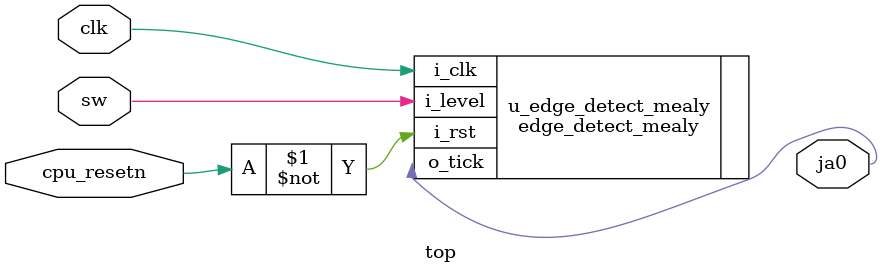
<source format=sv>
module top
    (
        input   logic clk, cpu_resetn,
        input   logic sw,
        output  logic ja0
    );

    // edge_detect_gate u_edge_detect_gate
    //     (.i_clk(clk), .i_rst(~cpu_resetn), .i_level(sw),
    //      .o_tick(ja0));
    
    // edge_detect_moore u_edge_detect_moore
    //     (.i_clk(clk), .i_rst(~cpu_resetn), .i_level(sw),
    //      .o_tick(ja0));

    edge_detect_mealy u_edge_detect_mealy
        (.i_clk(clk), .i_rst(~cpu_resetn), .i_level(sw),
         .o_tick(ja0));

endmodule

</source>
